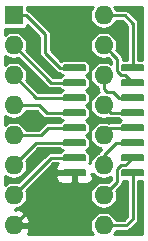
<source format=gbr>
G04 #@! TF.GenerationSoftware,KiCad,Pcbnew,(5.1.5)-3*
G04 #@! TF.CreationDate,2020-06-23T04:08:34-04:00*
G04 #@! TF.ProjectId,dip16soic,64697031-3673-46f6-9963-2e6b69636164,rev?*
G04 #@! TF.SameCoordinates,Original*
G04 #@! TF.FileFunction,Copper,L1,Top*
G04 #@! TF.FilePolarity,Positive*
%FSLAX46Y46*%
G04 Gerber Fmt 4.6, Leading zero omitted, Abs format (unit mm)*
G04 Created by KiCad (PCBNEW (5.1.5)-3) date 2020-06-23 04:08:34*
%MOMM*%
%LPD*%
G04 APERTURE LIST*
%ADD10R,1.600000X1.600000*%
%ADD11O,1.600000X1.600000*%
%ADD12C,0.100000*%
%ADD13C,0.800000*%
%ADD14C,0.250000*%
%ADD15C,0.239000*%
G04 APERTURE END LIST*
D10*
X106680000Y-71120000D03*
D11*
X114300000Y-88900000D03*
X106680000Y-73660000D03*
X114300000Y-86360000D03*
X106680000Y-76200000D03*
X114300000Y-83820000D03*
X106680000Y-78740000D03*
X114300000Y-81280000D03*
X106680000Y-81280000D03*
X114300000Y-78740000D03*
X106680000Y-83820000D03*
X114300000Y-76200000D03*
X106680000Y-86360000D03*
X114300000Y-73660000D03*
X106680000Y-88900000D03*
X114300000Y-71120000D03*
G04 #@! TA.AperFunction,SMDPad,CuDef*
D12*
G36*
X112664703Y-75265722D02*
G01*
X112679264Y-75267882D01*
X112693543Y-75271459D01*
X112707403Y-75276418D01*
X112720710Y-75282712D01*
X112733336Y-75290280D01*
X112745159Y-75299048D01*
X112756066Y-75308934D01*
X112765952Y-75319841D01*
X112774720Y-75331664D01*
X112782288Y-75344290D01*
X112788582Y-75357597D01*
X112793541Y-75371457D01*
X112797118Y-75385736D01*
X112799278Y-75400297D01*
X112800000Y-75415000D01*
X112800000Y-75715000D01*
X112799278Y-75729703D01*
X112797118Y-75744264D01*
X112793541Y-75758543D01*
X112788582Y-75772403D01*
X112782288Y-75785710D01*
X112774720Y-75798336D01*
X112765952Y-75810159D01*
X112756066Y-75821066D01*
X112745159Y-75830952D01*
X112733336Y-75839720D01*
X112720710Y-75847288D01*
X112707403Y-75853582D01*
X112693543Y-75858541D01*
X112679264Y-75862118D01*
X112664703Y-75864278D01*
X112650000Y-75865000D01*
X111000000Y-75865000D01*
X110985297Y-75864278D01*
X110970736Y-75862118D01*
X110956457Y-75858541D01*
X110942597Y-75853582D01*
X110929290Y-75847288D01*
X110916664Y-75839720D01*
X110904841Y-75830952D01*
X110893934Y-75821066D01*
X110884048Y-75810159D01*
X110875280Y-75798336D01*
X110867712Y-75785710D01*
X110861418Y-75772403D01*
X110856459Y-75758543D01*
X110852882Y-75744264D01*
X110850722Y-75729703D01*
X110850000Y-75715000D01*
X110850000Y-75415000D01*
X110850722Y-75400297D01*
X110852882Y-75385736D01*
X110856459Y-75371457D01*
X110861418Y-75357597D01*
X110867712Y-75344290D01*
X110875280Y-75331664D01*
X110884048Y-75319841D01*
X110893934Y-75308934D01*
X110904841Y-75299048D01*
X110916664Y-75290280D01*
X110929290Y-75282712D01*
X110942597Y-75276418D01*
X110956457Y-75271459D01*
X110970736Y-75267882D01*
X110985297Y-75265722D01*
X111000000Y-75265000D01*
X112650000Y-75265000D01*
X112664703Y-75265722D01*
G37*
G04 #@! TD.AperFunction*
G04 #@! TA.AperFunction,SMDPad,CuDef*
G36*
X112664703Y-76535722D02*
G01*
X112679264Y-76537882D01*
X112693543Y-76541459D01*
X112707403Y-76546418D01*
X112720710Y-76552712D01*
X112733336Y-76560280D01*
X112745159Y-76569048D01*
X112756066Y-76578934D01*
X112765952Y-76589841D01*
X112774720Y-76601664D01*
X112782288Y-76614290D01*
X112788582Y-76627597D01*
X112793541Y-76641457D01*
X112797118Y-76655736D01*
X112799278Y-76670297D01*
X112800000Y-76685000D01*
X112800000Y-76985000D01*
X112799278Y-76999703D01*
X112797118Y-77014264D01*
X112793541Y-77028543D01*
X112788582Y-77042403D01*
X112782288Y-77055710D01*
X112774720Y-77068336D01*
X112765952Y-77080159D01*
X112756066Y-77091066D01*
X112745159Y-77100952D01*
X112733336Y-77109720D01*
X112720710Y-77117288D01*
X112707403Y-77123582D01*
X112693543Y-77128541D01*
X112679264Y-77132118D01*
X112664703Y-77134278D01*
X112650000Y-77135000D01*
X111000000Y-77135000D01*
X110985297Y-77134278D01*
X110970736Y-77132118D01*
X110956457Y-77128541D01*
X110942597Y-77123582D01*
X110929290Y-77117288D01*
X110916664Y-77109720D01*
X110904841Y-77100952D01*
X110893934Y-77091066D01*
X110884048Y-77080159D01*
X110875280Y-77068336D01*
X110867712Y-77055710D01*
X110861418Y-77042403D01*
X110856459Y-77028543D01*
X110852882Y-77014264D01*
X110850722Y-76999703D01*
X110850000Y-76985000D01*
X110850000Y-76685000D01*
X110850722Y-76670297D01*
X110852882Y-76655736D01*
X110856459Y-76641457D01*
X110861418Y-76627597D01*
X110867712Y-76614290D01*
X110875280Y-76601664D01*
X110884048Y-76589841D01*
X110893934Y-76578934D01*
X110904841Y-76569048D01*
X110916664Y-76560280D01*
X110929290Y-76552712D01*
X110942597Y-76546418D01*
X110956457Y-76541459D01*
X110970736Y-76537882D01*
X110985297Y-76535722D01*
X111000000Y-76535000D01*
X112650000Y-76535000D01*
X112664703Y-76535722D01*
G37*
G04 #@! TD.AperFunction*
G04 #@! TA.AperFunction,SMDPad,CuDef*
G36*
X112664703Y-77805722D02*
G01*
X112679264Y-77807882D01*
X112693543Y-77811459D01*
X112707403Y-77816418D01*
X112720710Y-77822712D01*
X112733336Y-77830280D01*
X112745159Y-77839048D01*
X112756066Y-77848934D01*
X112765952Y-77859841D01*
X112774720Y-77871664D01*
X112782288Y-77884290D01*
X112788582Y-77897597D01*
X112793541Y-77911457D01*
X112797118Y-77925736D01*
X112799278Y-77940297D01*
X112800000Y-77955000D01*
X112800000Y-78255000D01*
X112799278Y-78269703D01*
X112797118Y-78284264D01*
X112793541Y-78298543D01*
X112788582Y-78312403D01*
X112782288Y-78325710D01*
X112774720Y-78338336D01*
X112765952Y-78350159D01*
X112756066Y-78361066D01*
X112745159Y-78370952D01*
X112733336Y-78379720D01*
X112720710Y-78387288D01*
X112707403Y-78393582D01*
X112693543Y-78398541D01*
X112679264Y-78402118D01*
X112664703Y-78404278D01*
X112650000Y-78405000D01*
X111000000Y-78405000D01*
X110985297Y-78404278D01*
X110970736Y-78402118D01*
X110956457Y-78398541D01*
X110942597Y-78393582D01*
X110929290Y-78387288D01*
X110916664Y-78379720D01*
X110904841Y-78370952D01*
X110893934Y-78361066D01*
X110884048Y-78350159D01*
X110875280Y-78338336D01*
X110867712Y-78325710D01*
X110861418Y-78312403D01*
X110856459Y-78298543D01*
X110852882Y-78284264D01*
X110850722Y-78269703D01*
X110850000Y-78255000D01*
X110850000Y-77955000D01*
X110850722Y-77940297D01*
X110852882Y-77925736D01*
X110856459Y-77911457D01*
X110861418Y-77897597D01*
X110867712Y-77884290D01*
X110875280Y-77871664D01*
X110884048Y-77859841D01*
X110893934Y-77848934D01*
X110904841Y-77839048D01*
X110916664Y-77830280D01*
X110929290Y-77822712D01*
X110942597Y-77816418D01*
X110956457Y-77811459D01*
X110970736Y-77807882D01*
X110985297Y-77805722D01*
X111000000Y-77805000D01*
X112650000Y-77805000D01*
X112664703Y-77805722D01*
G37*
G04 #@! TD.AperFunction*
G04 #@! TA.AperFunction,SMDPad,CuDef*
G36*
X112664703Y-79075722D02*
G01*
X112679264Y-79077882D01*
X112693543Y-79081459D01*
X112707403Y-79086418D01*
X112720710Y-79092712D01*
X112733336Y-79100280D01*
X112745159Y-79109048D01*
X112756066Y-79118934D01*
X112765952Y-79129841D01*
X112774720Y-79141664D01*
X112782288Y-79154290D01*
X112788582Y-79167597D01*
X112793541Y-79181457D01*
X112797118Y-79195736D01*
X112799278Y-79210297D01*
X112800000Y-79225000D01*
X112800000Y-79525000D01*
X112799278Y-79539703D01*
X112797118Y-79554264D01*
X112793541Y-79568543D01*
X112788582Y-79582403D01*
X112782288Y-79595710D01*
X112774720Y-79608336D01*
X112765952Y-79620159D01*
X112756066Y-79631066D01*
X112745159Y-79640952D01*
X112733336Y-79649720D01*
X112720710Y-79657288D01*
X112707403Y-79663582D01*
X112693543Y-79668541D01*
X112679264Y-79672118D01*
X112664703Y-79674278D01*
X112650000Y-79675000D01*
X111000000Y-79675000D01*
X110985297Y-79674278D01*
X110970736Y-79672118D01*
X110956457Y-79668541D01*
X110942597Y-79663582D01*
X110929290Y-79657288D01*
X110916664Y-79649720D01*
X110904841Y-79640952D01*
X110893934Y-79631066D01*
X110884048Y-79620159D01*
X110875280Y-79608336D01*
X110867712Y-79595710D01*
X110861418Y-79582403D01*
X110856459Y-79568543D01*
X110852882Y-79554264D01*
X110850722Y-79539703D01*
X110850000Y-79525000D01*
X110850000Y-79225000D01*
X110850722Y-79210297D01*
X110852882Y-79195736D01*
X110856459Y-79181457D01*
X110861418Y-79167597D01*
X110867712Y-79154290D01*
X110875280Y-79141664D01*
X110884048Y-79129841D01*
X110893934Y-79118934D01*
X110904841Y-79109048D01*
X110916664Y-79100280D01*
X110929290Y-79092712D01*
X110942597Y-79086418D01*
X110956457Y-79081459D01*
X110970736Y-79077882D01*
X110985297Y-79075722D01*
X111000000Y-79075000D01*
X112650000Y-79075000D01*
X112664703Y-79075722D01*
G37*
G04 #@! TD.AperFunction*
G04 #@! TA.AperFunction,SMDPad,CuDef*
G36*
X112664703Y-80345722D02*
G01*
X112679264Y-80347882D01*
X112693543Y-80351459D01*
X112707403Y-80356418D01*
X112720710Y-80362712D01*
X112733336Y-80370280D01*
X112745159Y-80379048D01*
X112756066Y-80388934D01*
X112765952Y-80399841D01*
X112774720Y-80411664D01*
X112782288Y-80424290D01*
X112788582Y-80437597D01*
X112793541Y-80451457D01*
X112797118Y-80465736D01*
X112799278Y-80480297D01*
X112800000Y-80495000D01*
X112800000Y-80795000D01*
X112799278Y-80809703D01*
X112797118Y-80824264D01*
X112793541Y-80838543D01*
X112788582Y-80852403D01*
X112782288Y-80865710D01*
X112774720Y-80878336D01*
X112765952Y-80890159D01*
X112756066Y-80901066D01*
X112745159Y-80910952D01*
X112733336Y-80919720D01*
X112720710Y-80927288D01*
X112707403Y-80933582D01*
X112693543Y-80938541D01*
X112679264Y-80942118D01*
X112664703Y-80944278D01*
X112650000Y-80945000D01*
X111000000Y-80945000D01*
X110985297Y-80944278D01*
X110970736Y-80942118D01*
X110956457Y-80938541D01*
X110942597Y-80933582D01*
X110929290Y-80927288D01*
X110916664Y-80919720D01*
X110904841Y-80910952D01*
X110893934Y-80901066D01*
X110884048Y-80890159D01*
X110875280Y-80878336D01*
X110867712Y-80865710D01*
X110861418Y-80852403D01*
X110856459Y-80838543D01*
X110852882Y-80824264D01*
X110850722Y-80809703D01*
X110850000Y-80795000D01*
X110850000Y-80495000D01*
X110850722Y-80480297D01*
X110852882Y-80465736D01*
X110856459Y-80451457D01*
X110861418Y-80437597D01*
X110867712Y-80424290D01*
X110875280Y-80411664D01*
X110884048Y-80399841D01*
X110893934Y-80388934D01*
X110904841Y-80379048D01*
X110916664Y-80370280D01*
X110929290Y-80362712D01*
X110942597Y-80356418D01*
X110956457Y-80351459D01*
X110970736Y-80347882D01*
X110985297Y-80345722D01*
X111000000Y-80345000D01*
X112650000Y-80345000D01*
X112664703Y-80345722D01*
G37*
G04 #@! TD.AperFunction*
G04 #@! TA.AperFunction,SMDPad,CuDef*
G36*
X112664703Y-81615722D02*
G01*
X112679264Y-81617882D01*
X112693543Y-81621459D01*
X112707403Y-81626418D01*
X112720710Y-81632712D01*
X112733336Y-81640280D01*
X112745159Y-81649048D01*
X112756066Y-81658934D01*
X112765952Y-81669841D01*
X112774720Y-81681664D01*
X112782288Y-81694290D01*
X112788582Y-81707597D01*
X112793541Y-81721457D01*
X112797118Y-81735736D01*
X112799278Y-81750297D01*
X112800000Y-81765000D01*
X112800000Y-82065000D01*
X112799278Y-82079703D01*
X112797118Y-82094264D01*
X112793541Y-82108543D01*
X112788582Y-82122403D01*
X112782288Y-82135710D01*
X112774720Y-82148336D01*
X112765952Y-82160159D01*
X112756066Y-82171066D01*
X112745159Y-82180952D01*
X112733336Y-82189720D01*
X112720710Y-82197288D01*
X112707403Y-82203582D01*
X112693543Y-82208541D01*
X112679264Y-82212118D01*
X112664703Y-82214278D01*
X112650000Y-82215000D01*
X111000000Y-82215000D01*
X110985297Y-82214278D01*
X110970736Y-82212118D01*
X110956457Y-82208541D01*
X110942597Y-82203582D01*
X110929290Y-82197288D01*
X110916664Y-82189720D01*
X110904841Y-82180952D01*
X110893934Y-82171066D01*
X110884048Y-82160159D01*
X110875280Y-82148336D01*
X110867712Y-82135710D01*
X110861418Y-82122403D01*
X110856459Y-82108543D01*
X110852882Y-82094264D01*
X110850722Y-82079703D01*
X110850000Y-82065000D01*
X110850000Y-81765000D01*
X110850722Y-81750297D01*
X110852882Y-81735736D01*
X110856459Y-81721457D01*
X110861418Y-81707597D01*
X110867712Y-81694290D01*
X110875280Y-81681664D01*
X110884048Y-81669841D01*
X110893934Y-81658934D01*
X110904841Y-81649048D01*
X110916664Y-81640280D01*
X110929290Y-81632712D01*
X110942597Y-81626418D01*
X110956457Y-81621459D01*
X110970736Y-81617882D01*
X110985297Y-81615722D01*
X111000000Y-81615000D01*
X112650000Y-81615000D01*
X112664703Y-81615722D01*
G37*
G04 #@! TD.AperFunction*
G04 #@! TA.AperFunction,SMDPad,CuDef*
G36*
X112664703Y-82885722D02*
G01*
X112679264Y-82887882D01*
X112693543Y-82891459D01*
X112707403Y-82896418D01*
X112720710Y-82902712D01*
X112733336Y-82910280D01*
X112745159Y-82919048D01*
X112756066Y-82928934D01*
X112765952Y-82939841D01*
X112774720Y-82951664D01*
X112782288Y-82964290D01*
X112788582Y-82977597D01*
X112793541Y-82991457D01*
X112797118Y-83005736D01*
X112799278Y-83020297D01*
X112800000Y-83035000D01*
X112800000Y-83335000D01*
X112799278Y-83349703D01*
X112797118Y-83364264D01*
X112793541Y-83378543D01*
X112788582Y-83392403D01*
X112782288Y-83405710D01*
X112774720Y-83418336D01*
X112765952Y-83430159D01*
X112756066Y-83441066D01*
X112745159Y-83450952D01*
X112733336Y-83459720D01*
X112720710Y-83467288D01*
X112707403Y-83473582D01*
X112693543Y-83478541D01*
X112679264Y-83482118D01*
X112664703Y-83484278D01*
X112650000Y-83485000D01*
X111000000Y-83485000D01*
X110985297Y-83484278D01*
X110970736Y-83482118D01*
X110956457Y-83478541D01*
X110942597Y-83473582D01*
X110929290Y-83467288D01*
X110916664Y-83459720D01*
X110904841Y-83450952D01*
X110893934Y-83441066D01*
X110884048Y-83430159D01*
X110875280Y-83418336D01*
X110867712Y-83405710D01*
X110861418Y-83392403D01*
X110856459Y-83378543D01*
X110852882Y-83364264D01*
X110850722Y-83349703D01*
X110850000Y-83335000D01*
X110850000Y-83035000D01*
X110850722Y-83020297D01*
X110852882Y-83005736D01*
X110856459Y-82991457D01*
X110861418Y-82977597D01*
X110867712Y-82964290D01*
X110875280Y-82951664D01*
X110884048Y-82939841D01*
X110893934Y-82928934D01*
X110904841Y-82919048D01*
X110916664Y-82910280D01*
X110929290Y-82902712D01*
X110942597Y-82896418D01*
X110956457Y-82891459D01*
X110970736Y-82887882D01*
X110985297Y-82885722D01*
X111000000Y-82885000D01*
X112650000Y-82885000D01*
X112664703Y-82885722D01*
G37*
G04 #@! TD.AperFunction*
G04 #@! TA.AperFunction,SMDPad,CuDef*
G36*
X112664703Y-84155722D02*
G01*
X112679264Y-84157882D01*
X112693543Y-84161459D01*
X112707403Y-84166418D01*
X112720710Y-84172712D01*
X112733336Y-84180280D01*
X112745159Y-84189048D01*
X112756066Y-84198934D01*
X112765952Y-84209841D01*
X112774720Y-84221664D01*
X112782288Y-84234290D01*
X112788582Y-84247597D01*
X112793541Y-84261457D01*
X112797118Y-84275736D01*
X112799278Y-84290297D01*
X112800000Y-84305000D01*
X112800000Y-84605000D01*
X112799278Y-84619703D01*
X112797118Y-84634264D01*
X112793541Y-84648543D01*
X112788582Y-84662403D01*
X112782288Y-84675710D01*
X112774720Y-84688336D01*
X112765952Y-84700159D01*
X112756066Y-84711066D01*
X112745159Y-84720952D01*
X112733336Y-84729720D01*
X112720710Y-84737288D01*
X112707403Y-84743582D01*
X112693543Y-84748541D01*
X112679264Y-84752118D01*
X112664703Y-84754278D01*
X112650000Y-84755000D01*
X111000000Y-84755000D01*
X110985297Y-84754278D01*
X110970736Y-84752118D01*
X110956457Y-84748541D01*
X110942597Y-84743582D01*
X110929290Y-84737288D01*
X110916664Y-84729720D01*
X110904841Y-84720952D01*
X110893934Y-84711066D01*
X110884048Y-84700159D01*
X110875280Y-84688336D01*
X110867712Y-84675710D01*
X110861418Y-84662403D01*
X110856459Y-84648543D01*
X110852882Y-84634264D01*
X110850722Y-84619703D01*
X110850000Y-84605000D01*
X110850000Y-84305000D01*
X110850722Y-84290297D01*
X110852882Y-84275736D01*
X110856459Y-84261457D01*
X110861418Y-84247597D01*
X110867712Y-84234290D01*
X110875280Y-84221664D01*
X110884048Y-84209841D01*
X110893934Y-84198934D01*
X110904841Y-84189048D01*
X110916664Y-84180280D01*
X110929290Y-84172712D01*
X110942597Y-84166418D01*
X110956457Y-84161459D01*
X110970736Y-84157882D01*
X110985297Y-84155722D01*
X111000000Y-84155000D01*
X112650000Y-84155000D01*
X112664703Y-84155722D01*
G37*
G04 #@! TD.AperFunction*
G04 #@! TA.AperFunction,SMDPad,CuDef*
G36*
X117614703Y-84155722D02*
G01*
X117629264Y-84157882D01*
X117643543Y-84161459D01*
X117657403Y-84166418D01*
X117670710Y-84172712D01*
X117683336Y-84180280D01*
X117695159Y-84189048D01*
X117706066Y-84198934D01*
X117715952Y-84209841D01*
X117724720Y-84221664D01*
X117732288Y-84234290D01*
X117738582Y-84247597D01*
X117743541Y-84261457D01*
X117747118Y-84275736D01*
X117749278Y-84290297D01*
X117750000Y-84305000D01*
X117750000Y-84605000D01*
X117749278Y-84619703D01*
X117747118Y-84634264D01*
X117743541Y-84648543D01*
X117738582Y-84662403D01*
X117732288Y-84675710D01*
X117724720Y-84688336D01*
X117715952Y-84700159D01*
X117706066Y-84711066D01*
X117695159Y-84720952D01*
X117683336Y-84729720D01*
X117670710Y-84737288D01*
X117657403Y-84743582D01*
X117643543Y-84748541D01*
X117629264Y-84752118D01*
X117614703Y-84754278D01*
X117600000Y-84755000D01*
X115950000Y-84755000D01*
X115935297Y-84754278D01*
X115920736Y-84752118D01*
X115906457Y-84748541D01*
X115892597Y-84743582D01*
X115879290Y-84737288D01*
X115866664Y-84729720D01*
X115854841Y-84720952D01*
X115843934Y-84711066D01*
X115834048Y-84700159D01*
X115825280Y-84688336D01*
X115817712Y-84675710D01*
X115811418Y-84662403D01*
X115806459Y-84648543D01*
X115802882Y-84634264D01*
X115800722Y-84619703D01*
X115800000Y-84605000D01*
X115800000Y-84305000D01*
X115800722Y-84290297D01*
X115802882Y-84275736D01*
X115806459Y-84261457D01*
X115811418Y-84247597D01*
X115817712Y-84234290D01*
X115825280Y-84221664D01*
X115834048Y-84209841D01*
X115843934Y-84198934D01*
X115854841Y-84189048D01*
X115866664Y-84180280D01*
X115879290Y-84172712D01*
X115892597Y-84166418D01*
X115906457Y-84161459D01*
X115920736Y-84157882D01*
X115935297Y-84155722D01*
X115950000Y-84155000D01*
X117600000Y-84155000D01*
X117614703Y-84155722D01*
G37*
G04 #@! TD.AperFunction*
G04 #@! TA.AperFunction,SMDPad,CuDef*
G36*
X117614703Y-82885722D02*
G01*
X117629264Y-82887882D01*
X117643543Y-82891459D01*
X117657403Y-82896418D01*
X117670710Y-82902712D01*
X117683336Y-82910280D01*
X117695159Y-82919048D01*
X117706066Y-82928934D01*
X117715952Y-82939841D01*
X117724720Y-82951664D01*
X117732288Y-82964290D01*
X117738582Y-82977597D01*
X117743541Y-82991457D01*
X117747118Y-83005736D01*
X117749278Y-83020297D01*
X117750000Y-83035000D01*
X117750000Y-83335000D01*
X117749278Y-83349703D01*
X117747118Y-83364264D01*
X117743541Y-83378543D01*
X117738582Y-83392403D01*
X117732288Y-83405710D01*
X117724720Y-83418336D01*
X117715952Y-83430159D01*
X117706066Y-83441066D01*
X117695159Y-83450952D01*
X117683336Y-83459720D01*
X117670710Y-83467288D01*
X117657403Y-83473582D01*
X117643543Y-83478541D01*
X117629264Y-83482118D01*
X117614703Y-83484278D01*
X117600000Y-83485000D01*
X115950000Y-83485000D01*
X115935297Y-83484278D01*
X115920736Y-83482118D01*
X115906457Y-83478541D01*
X115892597Y-83473582D01*
X115879290Y-83467288D01*
X115866664Y-83459720D01*
X115854841Y-83450952D01*
X115843934Y-83441066D01*
X115834048Y-83430159D01*
X115825280Y-83418336D01*
X115817712Y-83405710D01*
X115811418Y-83392403D01*
X115806459Y-83378543D01*
X115802882Y-83364264D01*
X115800722Y-83349703D01*
X115800000Y-83335000D01*
X115800000Y-83035000D01*
X115800722Y-83020297D01*
X115802882Y-83005736D01*
X115806459Y-82991457D01*
X115811418Y-82977597D01*
X115817712Y-82964290D01*
X115825280Y-82951664D01*
X115834048Y-82939841D01*
X115843934Y-82928934D01*
X115854841Y-82919048D01*
X115866664Y-82910280D01*
X115879290Y-82902712D01*
X115892597Y-82896418D01*
X115906457Y-82891459D01*
X115920736Y-82887882D01*
X115935297Y-82885722D01*
X115950000Y-82885000D01*
X117600000Y-82885000D01*
X117614703Y-82885722D01*
G37*
G04 #@! TD.AperFunction*
G04 #@! TA.AperFunction,SMDPad,CuDef*
G36*
X117614703Y-81615722D02*
G01*
X117629264Y-81617882D01*
X117643543Y-81621459D01*
X117657403Y-81626418D01*
X117670710Y-81632712D01*
X117683336Y-81640280D01*
X117695159Y-81649048D01*
X117706066Y-81658934D01*
X117715952Y-81669841D01*
X117724720Y-81681664D01*
X117732288Y-81694290D01*
X117738582Y-81707597D01*
X117743541Y-81721457D01*
X117747118Y-81735736D01*
X117749278Y-81750297D01*
X117750000Y-81765000D01*
X117750000Y-82065000D01*
X117749278Y-82079703D01*
X117747118Y-82094264D01*
X117743541Y-82108543D01*
X117738582Y-82122403D01*
X117732288Y-82135710D01*
X117724720Y-82148336D01*
X117715952Y-82160159D01*
X117706066Y-82171066D01*
X117695159Y-82180952D01*
X117683336Y-82189720D01*
X117670710Y-82197288D01*
X117657403Y-82203582D01*
X117643543Y-82208541D01*
X117629264Y-82212118D01*
X117614703Y-82214278D01*
X117600000Y-82215000D01*
X115950000Y-82215000D01*
X115935297Y-82214278D01*
X115920736Y-82212118D01*
X115906457Y-82208541D01*
X115892597Y-82203582D01*
X115879290Y-82197288D01*
X115866664Y-82189720D01*
X115854841Y-82180952D01*
X115843934Y-82171066D01*
X115834048Y-82160159D01*
X115825280Y-82148336D01*
X115817712Y-82135710D01*
X115811418Y-82122403D01*
X115806459Y-82108543D01*
X115802882Y-82094264D01*
X115800722Y-82079703D01*
X115800000Y-82065000D01*
X115800000Y-81765000D01*
X115800722Y-81750297D01*
X115802882Y-81735736D01*
X115806459Y-81721457D01*
X115811418Y-81707597D01*
X115817712Y-81694290D01*
X115825280Y-81681664D01*
X115834048Y-81669841D01*
X115843934Y-81658934D01*
X115854841Y-81649048D01*
X115866664Y-81640280D01*
X115879290Y-81632712D01*
X115892597Y-81626418D01*
X115906457Y-81621459D01*
X115920736Y-81617882D01*
X115935297Y-81615722D01*
X115950000Y-81615000D01*
X117600000Y-81615000D01*
X117614703Y-81615722D01*
G37*
G04 #@! TD.AperFunction*
G04 #@! TA.AperFunction,SMDPad,CuDef*
G36*
X117614703Y-80345722D02*
G01*
X117629264Y-80347882D01*
X117643543Y-80351459D01*
X117657403Y-80356418D01*
X117670710Y-80362712D01*
X117683336Y-80370280D01*
X117695159Y-80379048D01*
X117706066Y-80388934D01*
X117715952Y-80399841D01*
X117724720Y-80411664D01*
X117732288Y-80424290D01*
X117738582Y-80437597D01*
X117743541Y-80451457D01*
X117747118Y-80465736D01*
X117749278Y-80480297D01*
X117750000Y-80495000D01*
X117750000Y-80795000D01*
X117749278Y-80809703D01*
X117747118Y-80824264D01*
X117743541Y-80838543D01*
X117738582Y-80852403D01*
X117732288Y-80865710D01*
X117724720Y-80878336D01*
X117715952Y-80890159D01*
X117706066Y-80901066D01*
X117695159Y-80910952D01*
X117683336Y-80919720D01*
X117670710Y-80927288D01*
X117657403Y-80933582D01*
X117643543Y-80938541D01*
X117629264Y-80942118D01*
X117614703Y-80944278D01*
X117600000Y-80945000D01*
X115950000Y-80945000D01*
X115935297Y-80944278D01*
X115920736Y-80942118D01*
X115906457Y-80938541D01*
X115892597Y-80933582D01*
X115879290Y-80927288D01*
X115866664Y-80919720D01*
X115854841Y-80910952D01*
X115843934Y-80901066D01*
X115834048Y-80890159D01*
X115825280Y-80878336D01*
X115817712Y-80865710D01*
X115811418Y-80852403D01*
X115806459Y-80838543D01*
X115802882Y-80824264D01*
X115800722Y-80809703D01*
X115800000Y-80795000D01*
X115800000Y-80495000D01*
X115800722Y-80480297D01*
X115802882Y-80465736D01*
X115806459Y-80451457D01*
X115811418Y-80437597D01*
X115817712Y-80424290D01*
X115825280Y-80411664D01*
X115834048Y-80399841D01*
X115843934Y-80388934D01*
X115854841Y-80379048D01*
X115866664Y-80370280D01*
X115879290Y-80362712D01*
X115892597Y-80356418D01*
X115906457Y-80351459D01*
X115920736Y-80347882D01*
X115935297Y-80345722D01*
X115950000Y-80345000D01*
X117600000Y-80345000D01*
X117614703Y-80345722D01*
G37*
G04 #@! TD.AperFunction*
G04 #@! TA.AperFunction,SMDPad,CuDef*
G36*
X117614703Y-79075722D02*
G01*
X117629264Y-79077882D01*
X117643543Y-79081459D01*
X117657403Y-79086418D01*
X117670710Y-79092712D01*
X117683336Y-79100280D01*
X117695159Y-79109048D01*
X117706066Y-79118934D01*
X117715952Y-79129841D01*
X117724720Y-79141664D01*
X117732288Y-79154290D01*
X117738582Y-79167597D01*
X117743541Y-79181457D01*
X117747118Y-79195736D01*
X117749278Y-79210297D01*
X117750000Y-79225000D01*
X117750000Y-79525000D01*
X117749278Y-79539703D01*
X117747118Y-79554264D01*
X117743541Y-79568543D01*
X117738582Y-79582403D01*
X117732288Y-79595710D01*
X117724720Y-79608336D01*
X117715952Y-79620159D01*
X117706066Y-79631066D01*
X117695159Y-79640952D01*
X117683336Y-79649720D01*
X117670710Y-79657288D01*
X117657403Y-79663582D01*
X117643543Y-79668541D01*
X117629264Y-79672118D01*
X117614703Y-79674278D01*
X117600000Y-79675000D01*
X115950000Y-79675000D01*
X115935297Y-79674278D01*
X115920736Y-79672118D01*
X115906457Y-79668541D01*
X115892597Y-79663582D01*
X115879290Y-79657288D01*
X115866664Y-79649720D01*
X115854841Y-79640952D01*
X115843934Y-79631066D01*
X115834048Y-79620159D01*
X115825280Y-79608336D01*
X115817712Y-79595710D01*
X115811418Y-79582403D01*
X115806459Y-79568543D01*
X115802882Y-79554264D01*
X115800722Y-79539703D01*
X115800000Y-79525000D01*
X115800000Y-79225000D01*
X115800722Y-79210297D01*
X115802882Y-79195736D01*
X115806459Y-79181457D01*
X115811418Y-79167597D01*
X115817712Y-79154290D01*
X115825280Y-79141664D01*
X115834048Y-79129841D01*
X115843934Y-79118934D01*
X115854841Y-79109048D01*
X115866664Y-79100280D01*
X115879290Y-79092712D01*
X115892597Y-79086418D01*
X115906457Y-79081459D01*
X115920736Y-79077882D01*
X115935297Y-79075722D01*
X115950000Y-79075000D01*
X117600000Y-79075000D01*
X117614703Y-79075722D01*
G37*
G04 #@! TD.AperFunction*
G04 #@! TA.AperFunction,SMDPad,CuDef*
G36*
X117614703Y-77805722D02*
G01*
X117629264Y-77807882D01*
X117643543Y-77811459D01*
X117657403Y-77816418D01*
X117670710Y-77822712D01*
X117683336Y-77830280D01*
X117695159Y-77839048D01*
X117706066Y-77848934D01*
X117715952Y-77859841D01*
X117724720Y-77871664D01*
X117732288Y-77884290D01*
X117738582Y-77897597D01*
X117743541Y-77911457D01*
X117747118Y-77925736D01*
X117749278Y-77940297D01*
X117750000Y-77955000D01*
X117750000Y-78255000D01*
X117749278Y-78269703D01*
X117747118Y-78284264D01*
X117743541Y-78298543D01*
X117738582Y-78312403D01*
X117732288Y-78325710D01*
X117724720Y-78338336D01*
X117715952Y-78350159D01*
X117706066Y-78361066D01*
X117695159Y-78370952D01*
X117683336Y-78379720D01*
X117670710Y-78387288D01*
X117657403Y-78393582D01*
X117643543Y-78398541D01*
X117629264Y-78402118D01*
X117614703Y-78404278D01*
X117600000Y-78405000D01*
X115950000Y-78405000D01*
X115935297Y-78404278D01*
X115920736Y-78402118D01*
X115906457Y-78398541D01*
X115892597Y-78393582D01*
X115879290Y-78387288D01*
X115866664Y-78379720D01*
X115854841Y-78370952D01*
X115843934Y-78361066D01*
X115834048Y-78350159D01*
X115825280Y-78338336D01*
X115817712Y-78325710D01*
X115811418Y-78312403D01*
X115806459Y-78298543D01*
X115802882Y-78284264D01*
X115800722Y-78269703D01*
X115800000Y-78255000D01*
X115800000Y-77955000D01*
X115800722Y-77940297D01*
X115802882Y-77925736D01*
X115806459Y-77911457D01*
X115811418Y-77897597D01*
X115817712Y-77884290D01*
X115825280Y-77871664D01*
X115834048Y-77859841D01*
X115843934Y-77848934D01*
X115854841Y-77839048D01*
X115866664Y-77830280D01*
X115879290Y-77822712D01*
X115892597Y-77816418D01*
X115906457Y-77811459D01*
X115920736Y-77807882D01*
X115935297Y-77805722D01*
X115950000Y-77805000D01*
X117600000Y-77805000D01*
X117614703Y-77805722D01*
G37*
G04 #@! TD.AperFunction*
G04 #@! TA.AperFunction,SMDPad,CuDef*
G36*
X117614703Y-76535722D02*
G01*
X117629264Y-76537882D01*
X117643543Y-76541459D01*
X117657403Y-76546418D01*
X117670710Y-76552712D01*
X117683336Y-76560280D01*
X117695159Y-76569048D01*
X117706066Y-76578934D01*
X117715952Y-76589841D01*
X117724720Y-76601664D01*
X117732288Y-76614290D01*
X117738582Y-76627597D01*
X117743541Y-76641457D01*
X117747118Y-76655736D01*
X117749278Y-76670297D01*
X117750000Y-76685000D01*
X117750000Y-76985000D01*
X117749278Y-76999703D01*
X117747118Y-77014264D01*
X117743541Y-77028543D01*
X117738582Y-77042403D01*
X117732288Y-77055710D01*
X117724720Y-77068336D01*
X117715952Y-77080159D01*
X117706066Y-77091066D01*
X117695159Y-77100952D01*
X117683336Y-77109720D01*
X117670710Y-77117288D01*
X117657403Y-77123582D01*
X117643543Y-77128541D01*
X117629264Y-77132118D01*
X117614703Y-77134278D01*
X117600000Y-77135000D01*
X115950000Y-77135000D01*
X115935297Y-77134278D01*
X115920736Y-77132118D01*
X115906457Y-77128541D01*
X115892597Y-77123582D01*
X115879290Y-77117288D01*
X115866664Y-77109720D01*
X115854841Y-77100952D01*
X115843934Y-77091066D01*
X115834048Y-77080159D01*
X115825280Y-77068336D01*
X115817712Y-77055710D01*
X115811418Y-77042403D01*
X115806459Y-77028543D01*
X115802882Y-77014264D01*
X115800722Y-76999703D01*
X115800000Y-76985000D01*
X115800000Y-76685000D01*
X115800722Y-76670297D01*
X115802882Y-76655736D01*
X115806459Y-76641457D01*
X115811418Y-76627597D01*
X115817712Y-76614290D01*
X115825280Y-76601664D01*
X115834048Y-76589841D01*
X115843934Y-76578934D01*
X115854841Y-76569048D01*
X115866664Y-76560280D01*
X115879290Y-76552712D01*
X115892597Y-76546418D01*
X115906457Y-76541459D01*
X115920736Y-76537882D01*
X115935297Y-76535722D01*
X115950000Y-76535000D01*
X117600000Y-76535000D01*
X117614703Y-76535722D01*
G37*
G04 #@! TD.AperFunction*
G04 #@! TA.AperFunction,SMDPad,CuDef*
G36*
X117614703Y-75265722D02*
G01*
X117629264Y-75267882D01*
X117643543Y-75271459D01*
X117657403Y-75276418D01*
X117670710Y-75282712D01*
X117683336Y-75290280D01*
X117695159Y-75299048D01*
X117706066Y-75308934D01*
X117715952Y-75319841D01*
X117724720Y-75331664D01*
X117732288Y-75344290D01*
X117738582Y-75357597D01*
X117743541Y-75371457D01*
X117747118Y-75385736D01*
X117749278Y-75400297D01*
X117750000Y-75415000D01*
X117750000Y-75715000D01*
X117749278Y-75729703D01*
X117747118Y-75744264D01*
X117743541Y-75758543D01*
X117738582Y-75772403D01*
X117732288Y-75785710D01*
X117724720Y-75798336D01*
X117715952Y-75810159D01*
X117706066Y-75821066D01*
X117695159Y-75830952D01*
X117683336Y-75839720D01*
X117670710Y-75847288D01*
X117657403Y-75853582D01*
X117643543Y-75858541D01*
X117629264Y-75862118D01*
X117614703Y-75864278D01*
X117600000Y-75865000D01*
X115950000Y-75865000D01*
X115935297Y-75864278D01*
X115920736Y-75862118D01*
X115906457Y-75858541D01*
X115892597Y-75853582D01*
X115879290Y-75847288D01*
X115866664Y-75839720D01*
X115854841Y-75830952D01*
X115843934Y-75821066D01*
X115834048Y-75810159D01*
X115825280Y-75798336D01*
X115817712Y-75785710D01*
X115811418Y-75772403D01*
X115806459Y-75758543D01*
X115802882Y-75744264D01*
X115800722Y-75729703D01*
X115800000Y-75715000D01*
X115800000Y-75415000D01*
X115800722Y-75400297D01*
X115802882Y-75385736D01*
X115806459Y-75371457D01*
X115811418Y-75357597D01*
X115817712Y-75344290D01*
X115825280Y-75331664D01*
X115834048Y-75319841D01*
X115843934Y-75308934D01*
X115854841Y-75299048D01*
X115866664Y-75290280D01*
X115879290Y-75282712D01*
X115892597Y-75276418D01*
X115906457Y-75271459D01*
X115920736Y-75267882D01*
X115935297Y-75265722D01*
X115950000Y-75265000D01*
X117600000Y-75265000D01*
X117614703Y-75265722D01*
G37*
G04 #@! TD.AperFunction*
D13*
X110617000Y-71882000D03*
X108458000Y-73787000D03*
X108458000Y-76708000D03*
X108458000Y-80010000D03*
X108458000Y-83312000D03*
X110998000Y-88011000D03*
X117094000Y-89154000D03*
X117094000Y-70866000D03*
D14*
X109347000Y-74295000D02*
X109347000Y-72737000D01*
X109347000Y-72737000D02*
X107730000Y-71120000D01*
X110617000Y-75565000D02*
X109347000Y-74295000D01*
X107730000Y-71120000D02*
X106680000Y-71120000D01*
X111825000Y-75565000D02*
X110617000Y-75565000D01*
X109855000Y-76835000D02*
X106680000Y-73660000D01*
X111825000Y-76835000D02*
X109855000Y-76835000D01*
X114300000Y-88900000D02*
X116205000Y-88900000D01*
X116775000Y-88330000D02*
X116775000Y-84455000D01*
X116205000Y-88900000D02*
X116775000Y-88330000D01*
X108585000Y-78105000D02*
X106680000Y-76200000D01*
X111825000Y-78105000D02*
X108585000Y-78105000D01*
X115425001Y-85234999D02*
X115099999Y-85560001D01*
X115753242Y-83829990D02*
X115425001Y-84158231D01*
X116130010Y-83829990D02*
X115753242Y-83829990D01*
X115099999Y-85560001D02*
X114300000Y-86360000D01*
X115425001Y-84158231D02*
X115425001Y-85234999D01*
X116775000Y-83185000D02*
X116130010Y-83829990D01*
X108839000Y-78740000D02*
X106680000Y-78740000D01*
X111825000Y-79375000D02*
X109474000Y-79375000D01*
X109474000Y-79375000D02*
X108839000Y-78740000D01*
X114300000Y-82931000D02*
X114300000Y-83820000D01*
X114568002Y-82677000D02*
X114554000Y-82677000D01*
X116775000Y-81915000D02*
X115330002Y-81915000D01*
X114554000Y-82677000D02*
X114300000Y-82931000D01*
X115330002Y-81915000D02*
X114568002Y-82677000D01*
X108966000Y-81280000D02*
X106680000Y-81280000D01*
X111825000Y-80645000D02*
X109601000Y-80645000D01*
X109601000Y-80645000D02*
X108966000Y-81280000D01*
X114935000Y-80645000D02*
X114300000Y-81280000D01*
X116775000Y-80645000D02*
X114935000Y-80645000D01*
X108585000Y-81915000D02*
X106680000Y-83820000D01*
X111825000Y-81915000D02*
X108585000Y-81915000D01*
X116775000Y-79375000D02*
X114935000Y-79375000D01*
X114935000Y-79375000D02*
X114300000Y-78740000D01*
X114300000Y-71120000D02*
X116078000Y-71120000D01*
X116775000Y-71817000D02*
X116775000Y-75565000D01*
X116078000Y-71120000D02*
X116775000Y-71817000D01*
X111825000Y-84455000D02*
X110109000Y-84455000D01*
X110109000Y-84455000D02*
X109474000Y-85090000D01*
X109474000Y-86106000D02*
X106680000Y-88900000D01*
X109474000Y-85090000D02*
X109474000Y-86106000D01*
X114565630Y-77597000D02*
X114300000Y-77331370D01*
X114300000Y-77331370D02*
X114300000Y-76200000D01*
X115062000Y-77597000D02*
X114565630Y-77597000D01*
X115570000Y-78105000D02*
X115062000Y-77597000D01*
X116775000Y-78105000D02*
X115570000Y-78105000D01*
X109855000Y-83185000D02*
X106680000Y-86360000D01*
X111825000Y-83185000D02*
X109855000Y-83185000D01*
X115099999Y-74459999D02*
X114300000Y-73660000D01*
X115425001Y-74785001D02*
X115099999Y-74459999D01*
X115425001Y-75861769D02*
X115425001Y-74785001D01*
X115753242Y-76190010D02*
X115425001Y-75861769D01*
X116130010Y-76190010D02*
X115753242Y-76190010D01*
X116775000Y-76835000D02*
X116130010Y-76190010D01*
D15*
G36*
X110404144Y-83709144D02*
G01*
X110325728Y-83804693D01*
X110267461Y-83913704D01*
X110231580Y-84031989D01*
X110219464Y-84155000D01*
X110222500Y-84163625D01*
X110379375Y-84320500D01*
X111690500Y-84320500D01*
X111690500Y-84300500D01*
X111959500Y-84300500D01*
X111959500Y-84320500D01*
X111979500Y-84320500D01*
X111979500Y-84589500D01*
X111959500Y-84589500D01*
X111959500Y-85225625D01*
X112116375Y-85382500D01*
X112800000Y-85385536D01*
X112923011Y-85373420D01*
X113041296Y-85337539D01*
X113150307Y-85279272D01*
X113245856Y-85200856D01*
X113324272Y-85105307D01*
X113382539Y-84996296D01*
X113418420Y-84878011D01*
X113430536Y-84755000D01*
X113427500Y-84746375D01*
X113270627Y-84589502D01*
X113427500Y-84589502D01*
X113427500Y-84585865D01*
X113561500Y-84719865D01*
X113751245Y-84846649D01*
X113962078Y-84933979D01*
X114185898Y-84978500D01*
X114414102Y-84978500D01*
X114637922Y-84933979D01*
X114848755Y-84846649D01*
X114941502Y-84784678D01*
X114941502Y-85034726D01*
X114703177Y-85273051D01*
X114637922Y-85246021D01*
X114414102Y-85201500D01*
X114185898Y-85201500D01*
X113962078Y-85246021D01*
X113751245Y-85333351D01*
X113561500Y-85460135D01*
X113400135Y-85621500D01*
X113273351Y-85811245D01*
X113186021Y-86022078D01*
X113141500Y-86245898D01*
X113141500Y-86474102D01*
X113186021Y-86697922D01*
X113273351Y-86908755D01*
X113400135Y-87098500D01*
X113561500Y-87259865D01*
X113751245Y-87386649D01*
X113962078Y-87473979D01*
X114185898Y-87518500D01*
X114414102Y-87518500D01*
X114637922Y-87473979D01*
X114848755Y-87386649D01*
X115038500Y-87259865D01*
X115199865Y-87098500D01*
X115326649Y-86908755D01*
X115413979Y-86697922D01*
X115458500Y-86474102D01*
X115458500Y-86245898D01*
X115413979Y-86022078D01*
X115386949Y-85956823D01*
X115750094Y-85593678D01*
X115768541Y-85578539D01*
X115786677Y-85556441D01*
X115828961Y-85504918D01*
X115873858Y-85420922D01*
X115885513Y-85382500D01*
X115901505Y-85329781D01*
X115908501Y-85258748D01*
X115908501Y-85258739D01*
X115910839Y-85235000D01*
X115908501Y-85211261D01*
X115908501Y-85111147D01*
X115950000Y-85115234D01*
X116291501Y-85115234D01*
X116291500Y-88129728D01*
X116004728Y-88416500D01*
X115353679Y-88416500D01*
X115326649Y-88351245D01*
X115199865Y-88161500D01*
X115038500Y-88000135D01*
X114848755Y-87873351D01*
X114637922Y-87786021D01*
X114414102Y-87741500D01*
X114185898Y-87741500D01*
X113962078Y-87786021D01*
X113751245Y-87873351D01*
X113561500Y-88000135D01*
X113400135Y-88161500D01*
X113273351Y-88351245D01*
X113186021Y-88562078D01*
X113141500Y-88785898D01*
X113141500Y-89014102D01*
X113186021Y-89237922D01*
X113273351Y-89448755D01*
X113390780Y-89624500D01*
X107909738Y-89624500D01*
X108026922Y-89372836D01*
X108062613Y-89255161D01*
X107943486Y-89034500D01*
X106814500Y-89034500D01*
X106814500Y-89054500D01*
X106545500Y-89054500D01*
X106545500Y-89034500D01*
X106525500Y-89034500D01*
X106525500Y-88765500D01*
X106545500Y-88765500D01*
X106545500Y-88745500D01*
X106814500Y-88745500D01*
X106814500Y-88765500D01*
X107943486Y-88765500D01*
X108062613Y-88544839D01*
X108026922Y-88427164D01*
X107908796Y-88173478D01*
X107743448Y-87947712D01*
X107537232Y-87758542D01*
X107298073Y-87613237D01*
X107035162Y-87517382D01*
X106814502Y-87635719D01*
X106814502Y-87514442D01*
X107017922Y-87473979D01*
X107228755Y-87386649D01*
X107418500Y-87259865D01*
X107579865Y-87098500D01*
X107706649Y-86908755D01*
X107793979Y-86697922D01*
X107838500Y-86474102D01*
X107838500Y-86245898D01*
X107793979Y-86022078D01*
X107766949Y-85956823D01*
X108968772Y-84755000D01*
X110219464Y-84755000D01*
X110231580Y-84878011D01*
X110267461Y-84996296D01*
X110325728Y-85105307D01*
X110404144Y-85200856D01*
X110499693Y-85279272D01*
X110608704Y-85337539D01*
X110726989Y-85373420D01*
X110850000Y-85385536D01*
X111533625Y-85382500D01*
X111690500Y-85225625D01*
X111690500Y-84589500D01*
X110379375Y-84589500D01*
X110222500Y-84746375D01*
X110219464Y-84755000D01*
X108968772Y-84755000D01*
X110055273Y-83668500D01*
X110453668Y-83668500D01*
X110404144Y-83709144D01*
G37*
X110404144Y-83709144D02*
X110325728Y-83804693D01*
X110267461Y-83913704D01*
X110231580Y-84031989D01*
X110219464Y-84155000D01*
X110222500Y-84163625D01*
X110379375Y-84320500D01*
X111690500Y-84320500D01*
X111690500Y-84300500D01*
X111959500Y-84300500D01*
X111959500Y-84320500D01*
X111979500Y-84320500D01*
X111979500Y-84589500D01*
X111959500Y-84589500D01*
X111959500Y-85225625D01*
X112116375Y-85382500D01*
X112800000Y-85385536D01*
X112923011Y-85373420D01*
X113041296Y-85337539D01*
X113150307Y-85279272D01*
X113245856Y-85200856D01*
X113324272Y-85105307D01*
X113382539Y-84996296D01*
X113418420Y-84878011D01*
X113430536Y-84755000D01*
X113427500Y-84746375D01*
X113270627Y-84589502D01*
X113427500Y-84589502D01*
X113427500Y-84585865D01*
X113561500Y-84719865D01*
X113751245Y-84846649D01*
X113962078Y-84933979D01*
X114185898Y-84978500D01*
X114414102Y-84978500D01*
X114637922Y-84933979D01*
X114848755Y-84846649D01*
X114941502Y-84784678D01*
X114941502Y-85034726D01*
X114703177Y-85273051D01*
X114637922Y-85246021D01*
X114414102Y-85201500D01*
X114185898Y-85201500D01*
X113962078Y-85246021D01*
X113751245Y-85333351D01*
X113561500Y-85460135D01*
X113400135Y-85621500D01*
X113273351Y-85811245D01*
X113186021Y-86022078D01*
X113141500Y-86245898D01*
X113141500Y-86474102D01*
X113186021Y-86697922D01*
X113273351Y-86908755D01*
X113400135Y-87098500D01*
X113561500Y-87259865D01*
X113751245Y-87386649D01*
X113962078Y-87473979D01*
X114185898Y-87518500D01*
X114414102Y-87518500D01*
X114637922Y-87473979D01*
X114848755Y-87386649D01*
X115038500Y-87259865D01*
X115199865Y-87098500D01*
X115326649Y-86908755D01*
X115413979Y-86697922D01*
X115458500Y-86474102D01*
X115458500Y-86245898D01*
X115413979Y-86022078D01*
X115386949Y-85956823D01*
X115750094Y-85593678D01*
X115768541Y-85578539D01*
X115786677Y-85556441D01*
X115828961Y-85504918D01*
X115873858Y-85420922D01*
X115885513Y-85382500D01*
X115901505Y-85329781D01*
X115908501Y-85258748D01*
X115908501Y-85258739D01*
X115910839Y-85235000D01*
X115908501Y-85211261D01*
X115908501Y-85111147D01*
X115950000Y-85115234D01*
X116291501Y-85115234D01*
X116291500Y-88129728D01*
X116004728Y-88416500D01*
X115353679Y-88416500D01*
X115326649Y-88351245D01*
X115199865Y-88161500D01*
X115038500Y-88000135D01*
X114848755Y-87873351D01*
X114637922Y-87786021D01*
X114414102Y-87741500D01*
X114185898Y-87741500D01*
X113962078Y-87786021D01*
X113751245Y-87873351D01*
X113561500Y-88000135D01*
X113400135Y-88161500D01*
X113273351Y-88351245D01*
X113186021Y-88562078D01*
X113141500Y-88785898D01*
X113141500Y-89014102D01*
X113186021Y-89237922D01*
X113273351Y-89448755D01*
X113390780Y-89624500D01*
X107909738Y-89624500D01*
X108026922Y-89372836D01*
X108062613Y-89255161D01*
X107943486Y-89034500D01*
X106814500Y-89034500D01*
X106814500Y-89054500D01*
X106545500Y-89054500D01*
X106545500Y-89034500D01*
X106525500Y-89034500D01*
X106525500Y-88765500D01*
X106545500Y-88765500D01*
X106545500Y-88745500D01*
X106814500Y-88745500D01*
X106814500Y-88765500D01*
X107943486Y-88765500D01*
X108062613Y-88544839D01*
X108026922Y-88427164D01*
X107908796Y-88173478D01*
X107743448Y-87947712D01*
X107537232Y-87758542D01*
X107298073Y-87613237D01*
X107035162Y-87517382D01*
X106814502Y-87635719D01*
X106814502Y-87514442D01*
X107017922Y-87473979D01*
X107228755Y-87386649D01*
X107418500Y-87259865D01*
X107579865Y-87098500D01*
X107706649Y-86908755D01*
X107793979Y-86697922D01*
X107838500Y-86474102D01*
X107838500Y-86245898D01*
X107793979Y-86022078D01*
X107766949Y-85956823D01*
X108968772Y-84755000D01*
X110219464Y-84755000D01*
X110231580Y-84878011D01*
X110267461Y-84996296D01*
X110325728Y-85105307D01*
X110404144Y-85200856D01*
X110499693Y-85279272D01*
X110608704Y-85337539D01*
X110726989Y-85373420D01*
X110850000Y-85385536D01*
X111533625Y-85382500D01*
X111690500Y-85225625D01*
X111690500Y-84589500D01*
X110379375Y-84589500D01*
X110222500Y-84746375D01*
X110219464Y-84755000D01*
X108968772Y-84755000D01*
X110055273Y-83668500D01*
X110453668Y-83668500D01*
X110404144Y-83709144D01*
G36*
X117564500Y-89624500D02*
G01*
X115209220Y-89624500D01*
X115326649Y-89448755D01*
X115353679Y-89383500D01*
X116181261Y-89383500D01*
X116205000Y-89385838D01*
X116228739Y-89383500D01*
X116228749Y-89383500D01*
X116299782Y-89376504D01*
X116390923Y-89348857D01*
X116474918Y-89303960D01*
X116548540Y-89243540D01*
X116563679Y-89225093D01*
X117100093Y-88688679D01*
X117118540Y-88673540D01*
X117154205Y-88630082D01*
X117178960Y-88599919D01*
X117223857Y-88515923D01*
X117229888Y-88496040D01*
X117251504Y-88424782D01*
X117258500Y-88353749D01*
X117258500Y-88353746D01*
X117260839Y-88330000D01*
X117258500Y-88306254D01*
X117258500Y-85115234D01*
X117564500Y-85115234D01*
X117564500Y-89624500D01*
G37*
X117564500Y-89624500D02*
X115209220Y-89624500D01*
X115326649Y-89448755D01*
X115353679Y-89383500D01*
X116181261Y-89383500D01*
X116205000Y-89385838D01*
X116228739Y-89383500D01*
X116228749Y-89383500D01*
X116299782Y-89376504D01*
X116390923Y-89348857D01*
X116474918Y-89303960D01*
X116548540Y-89243540D01*
X116563679Y-89225093D01*
X117100093Y-88688679D01*
X117118540Y-88673540D01*
X117154205Y-88630082D01*
X117178960Y-88599919D01*
X117223857Y-88515923D01*
X117229888Y-88496040D01*
X117251504Y-88424782D01*
X117258500Y-88353749D01*
X117258500Y-88353746D01*
X117260839Y-88330000D01*
X117258500Y-88306254D01*
X117258500Y-85115234D01*
X117564500Y-85115234D01*
X117564500Y-89624500D01*
G36*
X110639210Y-82425790D02*
G01*
X110716529Y-82489244D01*
X110804742Y-82536395D01*
X110849592Y-82550000D01*
X110804742Y-82563605D01*
X110716529Y-82610756D01*
X110639210Y-82674210D01*
X110616814Y-82701500D01*
X109878738Y-82701500D01*
X109854999Y-82699162D01*
X109831260Y-82701500D01*
X109831251Y-82701500D01*
X109760218Y-82708496D01*
X109669077Y-82736143D01*
X109585081Y-82781040D01*
X109529906Y-82826321D01*
X109529902Y-82826325D01*
X109511460Y-82841460D01*
X109496325Y-82859902D01*
X107083177Y-85273051D01*
X107017922Y-85246021D01*
X106794102Y-85201500D01*
X106565898Y-85201500D01*
X106342078Y-85246021D01*
X106131245Y-85333351D01*
X105955500Y-85450780D01*
X105955500Y-84729220D01*
X106131245Y-84846649D01*
X106342078Y-84933979D01*
X106565898Y-84978500D01*
X106794102Y-84978500D01*
X107017922Y-84933979D01*
X107228755Y-84846649D01*
X107418500Y-84719865D01*
X107579865Y-84558500D01*
X107706649Y-84368755D01*
X107793979Y-84157922D01*
X107838500Y-83934102D01*
X107838500Y-83705898D01*
X107793979Y-83482078D01*
X107766949Y-83416823D01*
X108785272Y-82398500D01*
X110616814Y-82398500D01*
X110639210Y-82425790D01*
G37*
X110639210Y-82425790D02*
X110716529Y-82489244D01*
X110804742Y-82536395D01*
X110849592Y-82550000D01*
X110804742Y-82563605D01*
X110716529Y-82610756D01*
X110639210Y-82674210D01*
X110616814Y-82701500D01*
X109878738Y-82701500D01*
X109854999Y-82699162D01*
X109831260Y-82701500D01*
X109831251Y-82701500D01*
X109760218Y-82708496D01*
X109669077Y-82736143D01*
X109585081Y-82781040D01*
X109529906Y-82826321D01*
X109529902Y-82826325D01*
X109511460Y-82841460D01*
X109496325Y-82859902D01*
X107083177Y-85273051D01*
X107017922Y-85246021D01*
X106794102Y-85201500D01*
X106565898Y-85201500D01*
X106342078Y-85246021D01*
X106131245Y-85333351D01*
X105955500Y-85450780D01*
X105955500Y-84729220D01*
X106131245Y-84846649D01*
X106342078Y-84933979D01*
X106565898Y-84978500D01*
X106794102Y-84978500D01*
X107017922Y-84933979D01*
X107228755Y-84846649D01*
X107418500Y-84719865D01*
X107579865Y-84558500D01*
X107706649Y-84368755D01*
X107793979Y-84157922D01*
X107838500Y-83934102D01*
X107838500Y-83705898D01*
X107793979Y-83482078D01*
X107766949Y-83416823D01*
X108785272Y-82398500D01*
X110616814Y-82398500D01*
X110639210Y-82425790D01*
G36*
X113273351Y-70571245D02*
G01*
X113186021Y-70782078D01*
X113141500Y-71005898D01*
X113141500Y-71234102D01*
X113186021Y-71457922D01*
X113273351Y-71668755D01*
X113400135Y-71858500D01*
X113561500Y-72019865D01*
X113751245Y-72146649D01*
X113962078Y-72233979D01*
X114185898Y-72278500D01*
X114414102Y-72278500D01*
X114637922Y-72233979D01*
X114848755Y-72146649D01*
X115038500Y-72019865D01*
X115199865Y-71858500D01*
X115326649Y-71668755D01*
X115353679Y-71603500D01*
X115877728Y-71603500D01*
X116291500Y-72017272D01*
X116291501Y-74904766D01*
X115950000Y-74904766D01*
X115908501Y-74908853D01*
X115908501Y-74808739D01*
X115910839Y-74785000D01*
X115908501Y-74761261D01*
X115908501Y-74761252D01*
X115901505Y-74690219D01*
X115873858Y-74599078D01*
X115852898Y-74559865D01*
X115828961Y-74515082D01*
X115783680Y-74459908D01*
X115768541Y-74441461D01*
X115750094Y-74426322D01*
X115386949Y-74063177D01*
X115413979Y-73997922D01*
X115458500Y-73774102D01*
X115458500Y-73545898D01*
X115413979Y-73322078D01*
X115326649Y-73111245D01*
X115199865Y-72921500D01*
X115038500Y-72760135D01*
X114848755Y-72633351D01*
X114637922Y-72546021D01*
X114414102Y-72501500D01*
X114185898Y-72501500D01*
X113962078Y-72546021D01*
X113751245Y-72633351D01*
X113561500Y-72760135D01*
X113400135Y-72921500D01*
X113273351Y-73111245D01*
X113186021Y-73322078D01*
X113141500Y-73545898D01*
X113141500Y-73774102D01*
X113186021Y-73997922D01*
X113273351Y-74208755D01*
X113400135Y-74398500D01*
X113561500Y-74559865D01*
X113751245Y-74686649D01*
X113962078Y-74773979D01*
X114185898Y-74818500D01*
X114414102Y-74818500D01*
X114637922Y-74773979D01*
X114703177Y-74746949D01*
X114941502Y-74985274D01*
X114941502Y-75235322D01*
X114848755Y-75173351D01*
X114637922Y-75086021D01*
X114414102Y-75041500D01*
X114185898Y-75041500D01*
X113962078Y-75086021D01*
X113751245Y-75173351D01*
X113561500Y-75300135D01*
X113400135Y-75461500D01*
X113273351Y-75651245D01*
X113186021Y-75862078D01*
X113141500Y-76085898D01*
X113141500Y-76314102D01*
X113186021Y-76537922D01*
X113273351Y-76748755D01*
X113400135Y-76938500D01*
X113561500Y-77099865D01*
X113751245Y-77226649D01*
X113816500Y-77253679D01*
X113816500Y-77307631D01*
X113814162Y-77331370D01*
X113816500Y-77355109D01*
X113816500Y-77355118D01*
X113823496Y-77426151D01*
X113851143Y-77517292D01*
X113896040Y-77601288D01*
X113927942Y-77640161D01*
X113751245Y-77713351D01*
X113561500Y-77840135D01*
X113400135Y-78001500D01*
X113273351Y-78191245D01*
X113186021Y-78402078D01*
X113141500Y-78625898D01*
X113141500Y-78854102D01*
X113186021Y-79077922D01*
X113273351Y-79288755D01*
X113400135Y-79478500D01*
X113561500Y-79639865D01*
X113751245Y-79766649D01*
X113962078Y-79853979D01*
X114185898Y-79898500D01*
X114414102Y-79898500D01*
X114637922Y-79853979D01*
X114732297Y-79814888D01*
X114749077Y-79823857D01*
X114840218Y-79851504D01*
X114911251Y-79858500D01*
X114911254Y-79858500D01*
X114935000Y-79860839D01*
X114958746Y-79858500D01*
X115566814Y-79858500D01*
X115589210Y-79885790D01*
X115666529Y-79949244D01*
X115754742Y-79996395D01*
X115799592Y-80010000D01*
X115754742Y-80023605D01*
X115666529Y-80070756D01*
X115589210Y-80134210D01*
X115566814Y-80161500D01*
X114958746Y-80161500D01*
X114935000Y-80159161D01*
X114911254Y-80161500D01*
X114911251Y-80161500D01*
X114840218Y-80168496D01*
X114749077Y-80196143D01*
X114732297Y-80205112D01*
X114637922Y-80166021D01*
X114414102Y-80121500D01*
X114185898Y-80121500D01*
X113962078Y-80166021D01*
X113751245Y-80253351D01*
X113561500Y-80380135D01*
X113400135Y-80541500D01*
X113273351Y-80731245D01*
X113186021Y-80942078D01*
X113141500Y-81165898D01*
X113141500Y-81394102D01*
X113186021Y-81617922D01*
X113273351Y-81828755D01*
X113400135Y-82018500D01*
X113561500Y-82179865D01*
X113751245Y-82306649D01*
X113962078Y-82393979D01*
X114121531Y-82425697D01*
X113974907Y-82572321D01*
X113956460Y-82587460D01*
X113896040Y-82661082D01*
X113851143Y-82745078D01*
X113848751Y-82752963D01*
X113751245Y-82793351D01*
X113561500Y-82920135D01*
X113400135Y-83081500D01*
X113273351Y-83271245D01*
X113186021Y-83482078D01*
X113155590Y-83635064D01*
X113150307Y-83630728D01*
X113086051Y-83596383D01*
X113121395Y-83530258D01*
X113150430Y-83434542D01*
X113160234Y-83335000D01*
X113160234Y-83035000D01*
X113150430Y-82935458D01*
X113121395Y-82839742D01*
X113074244Y-82751529D01*
X113010790Y-82674210D01*
X112933471Y-82610756D01*
X112845258Y-82563605D01*
X112800408Y-82550000D01*
X112845258Y-82536395D01*
X112933471Y-82489244D01*
X113010790Y-82425790D01*
X113074244Y-82348471D01*
X113121395Y-82260258D01*
X113150430Y-82164542D01*
X113160234Y-82065000D01*
X113160234Y-81765000D01*
X113150430Y-81665458D01*
X113121395Y-81569742D01*
X113074244Y-81481529D01*
X113010790Y-81404210D01*
X112933471Y-81340756D01*
X112845258Y-81293605D01*
X112800408Y-81280000D01*
X112845258Y-81266395D01*
X112933471Y-81219244D01*
X113010790Y-81155790D01*
X113074244Y-81078471D01*
X113121395Y-80990258D01*
X113150430Y-80894542D01*
X113160234Y-80795000D01*
X113160234Y-80495000D01*
X113150430Y-80395458D01*
X113121395Y-80299742D01*
X113074244Y-80211529D01*
X113010790Y-80134210D01*
X112933471Y-80070756D01*
X112845258Y-80023605D01*
X112800408Y-80010000D01*
X112845258Y-79996395D01*
X112933471Y-79949244D01*
X113010790Y-79885790D01*
X113074244Y-79808471D01*
X113121395Y-79720258D01*
X113150430Y-79624542D01*
X113160234Y-79525000D01*
X113160234Y-79225000D01*
X113150430Y-79125458D01*
X113121395Y-79029742D01*
X113074244Y-78941529D01*
X113010790Y-78864210D01*
X112933471Y-78800756D01*
X112845258Y-78753605D01*
X112800408Y-78740000D01*
X112845258Y-78726395D01*
X112933471Y-78679244D01*
X113010790Y-78615790D01*
X113074244Y-78538471D01*
X113121395Y-78450258D01*
X113150430Y-78354542D01*
X113160234Y-78255000D01*
X113160234Y-77955000D01*
X113150430Y-77855458D01*
X113121395Y-77759742D01*
X113074244Y-77671529D01*
X113010790Y-77594210D01*
X112933471Y-77530756D01*
X112845258Y-77483605D01*
X112800408Y-77470000D01*
X112845258Y-77456395D01*
X112933471Y-77409244D01*
X113010790Y-77345790D01*
X113074244Y-77268471D01*
X113121395Y-77180258D01*
X113150430Y-77084542D01*
X113160234Y-76985000D01*
X113160234Y-76685000D01*
X113150430Y-76585458D01*
X113121395Y-76489742D01*
X113074244Y-76401529D01*
X113010790Y-76324210D01*
X112933471Y-76260756D01*
X112845258Y-76213605D01*
X112800408Y-76200000D01*
X112845258Y-76186395D01*
X112933471Y-76139244D01*
X113010790Y-76075790D01*
X113074244Y-75998471D01*
X113121395Y-75910258D01*
X113150430Y-75814542D01*
X113160234Y-75715000D01*
X113160234Y-75415000D01*
X113150430Y-75315458D01*
X113121395Y-75219742D01*
X113074244Y-75131529D01*
X113010790Y-75054210D01*
X112933471Y-74990756D01*
X112845258Y-74943605D01*
X112749542Y-74914570D01*
X112650000Y-74904766D01*
X111000000Y-74904766D01*
X110900458Y-74914570D01*
X110804742Y-74943605D01*
X110723046Y-74987273D01*
X109830500Y-74094728D01*
X109830500Y-72760738D01*
X109832838Y-72736999D01*
X109830500Y-72713260D01*
X109830500Y-72713251D01*
X109823504Y-72642218D01*
X109795857Y-72551077D01*
X109750960Y-72467082D01*
X109690540Y-72393460D01*
X109672093Y-72378321D01*
X108088679Y-70794907D01*
X108073540Y-70776460D01*
X107999918Y-70716040D01*
X107915923Y-70671143D01*
X107840234Y-70648183D01*
X107840234Y-70395500D01*
X113390780Y-70395500D01*
X113273351Y-70571245D01*
G37*
X113273351Y-70571245D02*
X113186021Y-70782078D01*
X113141500Y-71005898D01*
X113141500Y-71234102D01*
X113186021Y-71457922D01*
X113273351Y-71668755D01*
X113400135Y-71858500D01*
X113561500Y-72019865D01*
X113751245Y-72146649D01*
X113962078Y-72233979D01*
X114185898Y-72278500D01*
X114414102Y-72278500D01*
X114637922Y-72233979D01*
X114848755Y-72146649D01*
X115038500Y-72019865D01*
X115199865Y-71858500D01*
X115326649Y-71668755D01*
X115353679Y-71603500D01*
X115877728Y-71603500D01*
X116291500Y-72017272D01*
X116291501Y-74904766D01*
X115950000Y-74904766D01*
X115908501Y-74908853D01*
X115908501Y-74808739D01*
X115910839Y-74785000D01*
X115908501Y-74761261D01*
X115908501Y-74761252D01*
X115901505Y-74690219D01*
X115873858Y-74599078D01*
X115852898Y-74559865D01*
X115828961Y-74515082D01*
X115783680Y-74459908D01*
X115768541Y-74441461D01*
X115750094Y-74426322D01*
X115386949Y-74063177D01*
X115413979Y-73997922D01*
X115458500Y-73774102D01*
X115458500Y-73545898D01*
X115413979Y-73322078D01*
X115326649Y-73111245D01*
X115199865Y-72921500D01*
X115038500Y-72760135D01*
X114848755Y-72633351D01*
X114637922Y-72546021D01*
X114414102Y-72501500D01*
X114185898Y-72501500D01*
X113962078Y-72546021D01*
X113751245Y-72633351D01*
X113561500Y-72760135D01*
X113400135Y-72921500D01*
X113273351Y-73111245D01*
X113186021Y-73322078D01*
X113141500Y-73545898D01*
X113141500Y-73774102D01*
X113186021Y-73997922D01*
X113273351Y-74208755D01*
X113400135Y-74398500D01*
X113561500Y-74559865D01*
X113751245Y-74686649D01*
X113962078Y-74773979D01*
X114185898Y-74818500D01*
X114414102Y-74818500D01*
X114637922Y-74773979D01*
X114703177Y-74746949D01*
X114941502Y-74985274D01*
X114941502Y-75235322D01*
X114848755Y-75173351D01*
X114637922Y-75086021D01*
X114414102Y-75041500D01*
X114185898Y-75041500D01*
X113962078Y-75086021D01*
X113751245Y-75173351D01*
X113561500Y-75300135D01*
X113400135Y-75461500D01*
X113273351Y-75651245D01*
X113186021Y-75862078D01*
X113141500Y-76085898D01*
X113141500Y-76314102D01*
X113186021Y-76537922D01*
X113273351Y-76748755D01*
X113400135Y-76938500D01*
X113561500Y-77099865D01*
X113751245Y-77226649D01*
X113816500Y-77253679D01*
X113816500Y-77307631D01*
X113814162Y-77331370D01*
X113816500Y-77355109D01*
X113816500Y-77355118D01*
X113823496Y-77426151D01*
X113851143Y-77517292D01*
X113896040Y-77601288D01*
X113927942Y-77640161D01*
X113751245Y-77713351D01*
X113561500Y-77840135D01*
X113400135Y-78001500D01*
X113273351Y-78191245D01*
X113186021Y-78402078D01*
X113141500Y-78625898D01*
X113141500Y-78854102D01*
X113186021Y-79077922D01*
X113273351Y-79288755D01*
X113400135Y-79478500D01*
X113561500Y-79639865D01*
X113751245Y-79766649D01*
X113962078Y-79853979D01*
X114185898Y-79898500D01*
X114414102Y-79898500D01*
X114637922Y-79853979D01*
X114732297Y-79814888D01*
X114749077Y-79823857D01*
X114840218Y-79851504D01*
X114911251Y-79858500D01*
X114911254Y-79858500D01*
X114935000Y-79860839D01*
X114958746Y-79858500D01*
X115566814Y-79858500D01*
X115589210Y-79885790D01*
X115666529Y-79949244D01*
X115754742Y-79996395D01*
X115799592Y-80010000D01*
X115754742Y-80023605D01*
X115666529Y-80070756D01*
X115589210Y-80134210D01*
X115566814Y-80161500D01*
X114958746Y-80161500D01*
X114935000Y-80159161D01*
X114911254Y-80161500D01*
X114911251Y-80161500D01*
X114840218Y-80168496D01*
X114749077Y-80196143D01*
X114732297Y-80205112D01*
X114637922Y-80166021D01*
X114414102Y-80121500D01*
X114185898Y-80121500D01*
X113962078Y-80166021D01*
X113751245Y-80253351D01*
X113561500Y-80380135D01*
X113400135Y-80541500D01*
X113273351Y-80731245D01*
X113186021Y-80942078D01*
X113141500Y-81165898D01*
X113141500Y-81394102D01*
X113186021Y-81617922D01*
X113273351Y-81828755D01*
X113400135Y-82018500D01*
X113561500Y-82179865D01*
X113751245Y-82306649D01*
X113962078Y-82393979D01*
X114121531Y-82425697D01*
X113974907Y-82572321D01*
X113956460Y-82587460D01*
X113896040Y-82661082D01*
X113851143Y-82745078D01*
X113848751Y-82752963D01*
X113751245Y-82793351D01*
X113561500Y-82920135D01*
X113400135Y-83081500D01*
X113273351Y-83271245D01*
X113186021Y-83482078D01*
X113155590Y-83635064D01*
X113150307Y-83630728D01*
X113086051Y-83596383D01*
X113121395Y-83530258D01*
X113150430Y-83434542D01*
X113160234Y-83335000D01*
X113160234Y-83035000D01*
X113150430Y-82935458D01*
X113121395Y-82839742D01*
X113074244Y-82751529D01*
X113010790Y-82674210D01*
X112933471Y-82610756D01*
X112845258Y-82563605D01*
X112800408Y-82550000D01*
X112845258Y-82536395D01*
X112933471Y-82489244D01*
X113010790Y-82425790D01*
X113074244Y-82348471D01*
X113121395Y-82260258D01*
X113150430Y-82164542D01*
X113160234Y-82065000D01*
X113160234Y-81765000D01*
X113150430Y-81665458D01*
X113121395Y-81569742D01*
X113074244Y-81481529D01*
X113010790Y-81404210D01*
X112933471Y-81340756D01*
X112845258Y-81293605D01*
X112800408Y-81280000D01*
X112845258Y-81266395D01*
X112933471Y-81219244D01*
X113010790Y-81155790D01*
X113074244Y-81078471D01*
X113121395Y-80990258D01*
X113150430Y-80894542D01*
X113160234Y-80795000D01*
X113160234Y-80495000D01*
X113150430Y-80395458D01*
X113121395Y-80299742D01*
X113074244Y-80211529D01*
X113010790Y-80134210D01*
X112933471Y-80070756D01*
X112845258Y-80023605D01*
X112800408Y-80010000D01*
X112845258Y-79996395D01*
X112933471Y-79949244D01*
X113010790Y-79885790D01*
X113074244Y-79808471D01*
X113121395Y-79720258D01*
X113150430Y-79624542D01*
X113160234Y-79525000D01*
X113160234Y-79225000D01*
X113150430Y-79125458D01*
X113121395Y-79029742D01*
X113074244Y-78941529D01*
X113010790Y-78864210D01*
X112933471Y-78800756D01*
X112845258Y-78753605D01*
X112800408Y-78740000D01*
X112845258Y-78726395D01*
X112933471Y-78679244D01*
X113010790Y-78615790D01*
X113074244Y-78538471D01*
X113121395Y-78450258D01*
X113150430Y-78354542D01*
X113160234Y-78255000D01*
X113160234Y-77955000D01*
X113150430Y-77855458D01*
X113121395Y-77759742D01*
X113074244Y-77671529D01*
X113010790Y-77594210D01*
X112933471Y-77530756D01*
X112845258Y-77483605D01*
X112800408Y-77470000D01*
X112845258Y-77456395D01*
X112933471Y-77409244D01*
X113010790Y-77345790D01*
X113074244Y-77268471D01*
X113121395Y-77180258D01*
X113150430Y-77084542D01*
X113160234Y-76985000D01*
X113160234Y-76685000D01*
X113150430Y-76585458D01*
X113121395Y-76489742D01*
X113074244Y-76401529D01*
X113010790Y-76324210D01*
X112933471Y-76260756D01*
X112845258Y-76213605D01*
X112800408Y-76200000D01*
X112845258Y-76186395D01*
X112933471Y-76139244D01*
X113010790Y-76075790D01*
X113074244Y-75998471D01*
X113121395Y-75910258D01*
X113150430Y-75814542D01*
X113160234Y-75715000D01*
X113160234Y-75415000D01*
X113150430Y-75315458D01*
X113121395Y-75219742D01*
X113074244Y-75131529D01*
X113010790Y-75054210D01*
X112933471Y-74990756D01*
X112845258Y-74943605D01*
X112749542Y-74914570D01*
X112650000Y-74904766D01*
X111000000Y-74904766D01*
X110900458Y-74914570D01*
X110804742Y-74943605D01*
X110723046Y-74987273D01*
X109830500Y-74094728D01*
X109830500Y-72760738D01*
X109832838Y-72736999D01*
X109830500Y-72713260D01*
X109830500Y-72713251D01*
X109823504Y-72642218D01*
X109795857Y-72551077D01*
X109750960Y-72467082D01*
X109690540Y-72393460D01*
X109672093Y-72378321D01*
X108088679Y-70794907D01*
X108073540Y-70776460D01*
X107999918Y-70716040D01*
X107915923Y-70671143D01*
X107840234Y-70648183D01*
X107840234Y-70395500D01*
X113390780Y-70395500D01*
X113273351Y-70571245D01*
G36*
X109115321Y-79700093D02*
G01*
X109130460Y-79718540D01*
X109204082Y-79778960D01*
X109288077Y-79823857D01*
X109379218Y-79851504D01*
X109450251Y-79858500D01*
X109450254Y-79858500D01*
X109474000Y-79860839D01*
X109497746Y-79858500D01*
X110616814Y-79858500D01*
X110639210Y-79885790D01*
X110716529Y-79949244D01*
X110804742Y-79996395D01*
X110849592Y-80010000D01*
X110804742Y-80023605D01*
X110716529Y-80070756D01*
X110639210Y-80134210D01*
X110616814Y-80161500D01*
X109624746Y-80161500D01*
X109601000Y-80159161D01*
X109577254Y-80161500D01*
X109577251Y-80161500D01*
X109506218Y-80168496D01*
X109415077Y-80196143D01*
X109331082Y-80241040D01*
X109257460Y-80301460D01*
X109242321Y-80319907D01*
X108765728Y-80796500D01*
X107733679Y-80796500D01*
X107706649Y-80731245D01*
X107579865Y-80541500D01*
X107418500Y-80380135D01*
X107228755Y-80253351D01*
X107017922Y-80166021D01*
X106794102Y-80121500D01*
X106565898Y-80121500D01*
X106342078Y-80166021D01*
X106131245Y-80253351D01*
X105955500Y-80370780D01*
X105955500Y-79649220D01*
X106131245Y-79766649D01*
X106342078Y-79853979D01*
X106565898Y-79898500D01*
X106794102Y-79898500D01*
X107017922Y-79853979D01*
X107228755Y-79766649D01*
X107418500Y-79639865D01*
X107579865Y-79478500D01*
X107706649Y-79288755D01*
X107733679Y-79223500D01*
X108638728Y-79223500D01*
X109115321Y-79700093D01*
G37*
X109115321Y-79700093D02*
X109130460Y-79718540D01*
X109204082Y-79778960D01*
X109288077Y-79823857D01*
X109379218Y-79851504D01*
X109450251Y-79858500D01*
X109450254Y-79858500D01*
X109474000Y-79860839D01*
X109497746Y-79858500D01*
X110616814Y-79858500D01*
X110639210Y-79885790D01*
X110716529Y-79949244D01*
X110804742Y-79996395D01*
X110849592Y-80010000D01*
X110804742Y-80023605D01*
X110716529Y-80070756D01*
X110639210Y-80134210D01*
X110616814Y-80161500D01*
X109624746Y-80161500D01*
X109601000Y-80159161D01*
X109577254Y-80161500D01*
X109577251Y-80161500D01*
X109506218Y-80168496D01*
X109415077Y-80196143D01*
X109331082Y-80241040D01*
X109257460Y-80301460D01*
X109242321Y-80319907D01*
X108765728Y-80796500D01*
X107733679Y-80796500D01*
X107706649Y-80731245D01*
X107579865Y-80541500D01*
X107418500Y-80380135D01*
X107228755Y-80253351D01*
X107017922Y-80166021D01*
X106794102Y-80121500D01*
X106565898Y-80121500D01*
X106342078Y-80166021D01*
X106131245Y-80253351D01*
X105955500Y-80370780D01*
X105955500Y-79649220D01*
X106131245Y-79766649D01*
X106342078Y-79853979D01*
X106565898Y-79898500D01*
X106794102Y-79898500D01*
X107017922Y-79853979D01*
X107228755Y-79766649D01*
X107418500Y-79639865D01*
X107579865Y-79478500D01*
X107706649Y-79288755D01*
X107733679Y-79223500D01*
X108638728Y-79223500D01*
X109115321Y-79700093D01*
G36*
X106131245Y-74686649D02*
G01*
X106342078Y-74773979D01*
X106565898Y-74818500D01*
X106794102Y-74818500D01*
X107017922Y-74773979D01*
X107083177Y-74746949D01*
X109496325Y-77160098D01*
X109511460Y-77178540D01*
X109529902Y-77193675D01*
X109529906Y-77193679D01*
X109585081Y-77238960D01*
X109640292Y-77268471D01*
X109669077Y-77283857D01*
X109760218Y-77311504D01*
X109831251Y-77318500D01*
X109831260Y-77318500D01*
X109854999Y-77320838D01*
X109878738Y-77318500D01*
X110616814Y-77318500D01*
X110639210Y-77345790D01*
X110716529Y-77409244D01*
X110804742Y-77456395D01*
X110849592Y-77470000D01*
X110804742Y-77483605D01*
X110716529Y-77530756D01*
X110639210Y-77594210D01*
X110616814Y-77621500D01*
X108785272Y-77621500D01*
X107766949Y-76603177D01*
X107793979Y-76537922D01*
X107838500Y-76314102D01*
X107838500Y-76085898D01*
X107793979Y-75862078D01*
X107706649Y-75651245D01*
X107579865Y-75461500D01*
X107418500Y-75300135D01*
X107228755Y-75173351D01*
X107017922Y-75086021D01*
X106794102Y-75041500D01*
X106565898Y-75041500D01*
X106342078Y-75086021D01*
X106131245Y-75173351D01*
X105955500Y-75290780D01*
X105955500Y-74569220D01*
X106131245Y-74686649D01*
G37*
X106131245Y-74686649D02*
X106342078Y-74773979D01*
X106565898Y-74818500D01*
X106794102Y-74818500D01*
X107017922Y-74773979D01*
X107083177Y-74746949D01*
X109496325Y-77160098D01*
X109511460Y-77178540D01*
X109529902Y-77193675D01*
X109529906Y-77193679D01*
X109585081Y-77238960D01*
X109640292Y-77268471D01*
X109669077Y-77283857D01*
X109760218Y-77311504D01*
X109831251Y-77318500D01*
X109831260Y-77318500D01*
X109854999Y-77320838D01*
X109878738Y-77318500D01*
X110616814Y-77318500D01*
X110639210Y-77345790D01*
X110716529Y-77409244D01*
X110804742Y-77456395D01*
X110849592Y-77470000D01*
X110804742Y-77483605D01*
X110716529Y-77530756D01*
X110639210Y-77594210D01*
X110616814Y-77621500D01*
X108785272Y-77621500D01*
X107766949Y-76603177D01*
X107793979Y-76537922D01*
X107838500Y-76314102D01*
X107838500Y-76085898D01*
X107793979Y-75862078D01*
X107706649Y-75651245D01*
X107579865Y-75461500D01*
X107418500Y-75300135D01*
X107228755Y-75173351D01*
X107017922Y-75086021D01*
X106794102Y-75041500D01*
X106565898Y-75041500D01*
X106342078Y-75086021D01*
X106131245Y-75173351D01*
X105955500Y-75290780D01*
X105955500Y-74569220D01*
X106131245Y-74686649D01*
G36*
X108863501Y-72937273D02*
G01*
X108863500Y-74271261D01*
X108861162Y-74295000D01*
X108863500Y-74318739D01*
X108863500Y-74318748D01*
X108870496Y-74389781D01*
X108898143Y-74480922D01*
X108943040Y-74564918D01*
X109003460Y-74638540D01*
X109021907Y-74653679D01*
X110258325Y-75890098D01*
X110273460Y-75908540D01*
X110291902Y-75923675D01*
X110291906Y-75923679D01*
X110347081Y-75968960D01*
X110402292Y-75998471D01*
X110431077Y-76013857D01*
X110522218Y-76041504D01*
X110593251Y-76048500D01*
X110593260Y-76048500D01*
X110616999Y-76050838D01*
X110618603Y-76050680D01*
X110639210Y-76075790D01*
X110716529Y-76139244D01*
X110804742Y-76186395D01*
X110849592Y-76200000D01*
X110804742Y-76213605D01*
X110716529Y-76260756D01*
X110639210Y-76324210D01*
X110616814Y-76351500D01*
X110055273Y-76351500D01*
X107766949Y-74063177D01*
X107793979Y-73997922D01*
X107838500Y-73774102D01*
X107838500Y-73545898D01*
X107793979Y-73322078D01*
X107706649Y-73111245D01*
X107579865Y-72921500D01*
X107418500Y-72760135D01*
X107228755Y-72633351D01*
X107017922Y-72546021D01*
X106794102Y-72501500D01*
X106565898Y-72501500D01*
X106342078Y-72546021D01*
X106131245Y-72633351D01*
X105955500Y-72750780D01*
X105955500Y-72280234D01*
X107480000Y-72280234D01*
X107550278Y-72273312D01*
X107617856Y-72252813D01*
X107680135Y-72219524D01*
X107734724Y-72174724D01*
X107779524Y-72120135D01*
X107812813Y-72057856D01*
X107833312Y-71990278D01*
X107840234Y-71920000D01*
X107840234Y-71914006D01*
X108863501Y-72937273D01*
G37*
X108863501Y-72937273D02*
X108863500Y-74271261D01*
X108861162Y-74295000D01*
X108863500Y-74318739D01*
X108863500Y-74318748D01*
X108870496Y-74389781D01*
X108898143Y-74480922D01*
X108943040Y-74564918D01*
X109003460Y-74638540D01*
X109021907Y-74653679D01*
X110258325Y-75890098D01*
X110273460Y-75908540D01*
X110291902Y-75923675D01*
X110291906Y-75923679D01*
X110347081Y-75968960D01*
X110402292Y-75998471D01*
X110431077Y-76013857D01*
X110522218Y-76041504D01*
X110593251Y-76048500D01*
X110593260Y-76048500D01*
X110616999Y-76050838D01*
X110618603Y-76050680D01*
X110639210Y-76075790D01*
X110716529Y-76139244D01*
X110804742Y-76186395D01*
X110849592Y-76200000D01*
X110804742Y-76213605D01*
X110716529Y-76260756D01*
X110639210Y-76324210D01*
X110616814Y-76351500D01*
X110055273Y-76351500D01*
X107766949Y-74063177D01*
X107793979Y-73997922D01*
X107838500Y-73774102D01*
X107838500Y-73545898D01*
X107793979Y-73322078D01*
X107706649Y-73111245D01*
X107579865Y-72921500D01*
X107418500Y-72760135D01*
X107228755Y-72633351D01*
X107017922Y-72546021D01*
X106794102Y-72501500D01*
X106565898Y-72501500D01*
X106342078Y-72546021D01*
X106131245Y-72633351D01*
X105955500Y-72750780D01*
X105955500Y-72280234D01*
X107480000Y-72280234D01*
X107550278Y-72273312D01*
X107617856Y-72252813D01*
X107680135Y-72219524D01*
X107734724Y-72174724D01*
X107779524Y-72120135D01*
X107812813Y-72057856D01*
X107833312Y-71990278D01*
X107840234Y-71920000D01*
X107840234Y-71914006D01*
X108863501Y-72937273D01*
G36*
X117564501Y-74904766D02*
G01*
X117258500Y-74904766D01*
X117258500Y-71840746D01*
X117260839Y-71817000D01*
X117258500Y-71793251D01*
X117251504Y-71722218D01*
X117223857Y-71631077D01*
X117205377Y-71596504D01*
X117178960Y-71547081D01*
X117133679Y-71491907D01*
X117118540Y-71473460D01*
X117100093Y-71458321D01*
X116436679Y-70794907D01*
X116421540Y-70776460D01*
X116347918Y-70716040D01*
X116263923Y-70671143D01*
X116172782Y-70643496D01*
X116101749Y-70636500D01*
X116101739Y-70636500D01*
X116078000Y-70634162D01*
X116054261Y-70636500D01*
X115353679Y-70636500D01*
X115326649Y-70571245D01*
X115209220Y-70395500D01*
X117564501Y-70395500D01*
X117564501Y-74904766D01*
G37*
X117564501Y-74904766D02*
X117258500Y-74904766D01*
X117258500Y-71840746D01*
X117260839Y-71817000D01*
X117258500Y-71793251D01*
X117251504Y-71722218D01*
X117223857Y-71631077D01*
X117205377Y-71596504D01*
X117178960Y-71547081D01*
X117133679Y-71491907D01*
X117118540Y-71473460D01*
X117100093Y-71458321D01*
X116436679Y-70794907D01*
X116421540Y-70776460D01*
X116347918Y-70716040D01*
X116263923Y-70671143D01*
X116172782Y-70643496D01*
X116101749Y-70636500D01*
X116101739Y-70636500D01*
X116078000Y-70634162D01*
X116054261Y-70636500D01*
X115353679Y-70636500D01*
X115326649Y-70571245D01*
X115209220Y-70395500D01*
X117564501Y-70395500D01*
X117564501Y-74904766D01*
M02*

</source>
